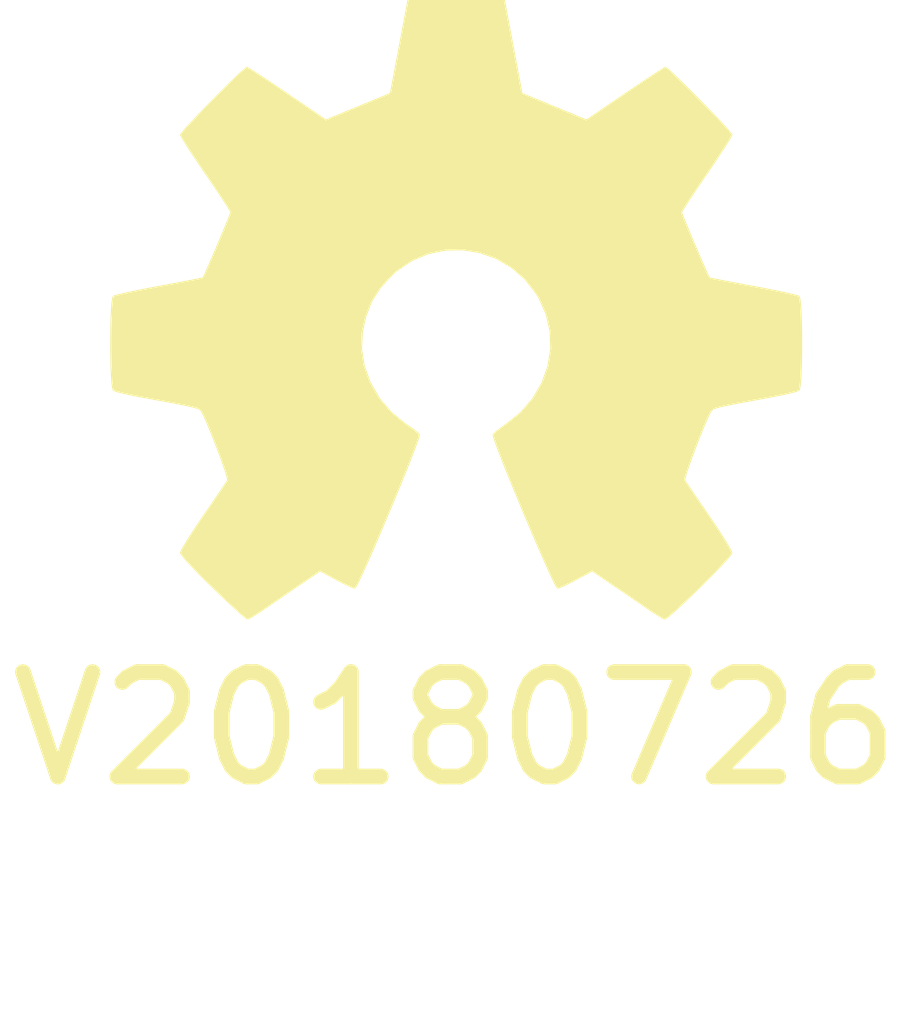
<source format=kicad_pcb>
(kicad_pcb (version 20171130) (host pcbnew 5.0.0-fee4fd1~65~ubuntu18.04.1)

  (general
    (thickness 1.6)
    (drawings 0)
    (tracks 0)
    (zones 0)
    (modules 2)
    (nets 1)
  )

  (page A4)
  (layers
    (0 F.Cu signal)
    (31 B.Cu signal)
    (32 B.Adhes user)
    (33 F.Adhes user)
    (34 B.Paste user)
    (35 F.Paste user)
    (36 B.SilkS user)
    (37 F.SilkS user)
    (38 B.Mask user)
    (39 F.Mask user)
    (40 Dwgs.User user)
    (41 Cmts.User user)
    (42 Eco1.User user)
    (43 Eco2.User user)
    (44 Edge.Cuts user)
    (45 Margin user)
    (46 B.CrtYd user)
    (47 F.CrtYd user)
    (48 B.Fab user)
    (49 F.Fab user)
  )

  (setup
    (last_trace_width 0.1524)
    (user_trace_width 0.1524)
    (user_trace_width 0.2)
    (user_trace_width 0.3)
    (user_trace_width 0.4)
    (user_trace_width 0.6)
    (user_trace_width 1)
    (user_trace_width 1.5)
    (user_trace_width 2)
    (trace_clearance 0.1524)
    (zone_clearance 0.508)
    (zone_45_only no)
    (trace_min 0.1524)
    (segment_width 0.2)
    (edge_width 0.15)
    (via_size 0.381)
    (via_drill 0.254)
    (via_min_size 0.381)
    (via_min_drill 0.254)
    (user_via 0.381 0.254)
    (user_via 0.55 0.4)
    (user_via 0.75 0.6)
    (user_via 0.95 0.8)
    (user_via 1.3 1)
    (user_via 1.5 1.2)
    (user_via 1.7 1.4)
    (user_via 1.9 1.6)
    (uvia_size 0.381)
    (uvia_drill 0.254)
    (uvias_allowed no)
    (uvia_min_size 0.381)
    (uvia_min_drill 0.254)
    (pcb_text_width 0.3)
    (pcb_text_size 1.5 1.5)
    (mod_edge_width 0.15)
    (mod_text_size 1 1)
    (mod_text_width 0.15)
    (pad_size 1.524 1.524)
    (pad_drill 0.762)
    (pad_to_mask_clearance 0.2)
    (aux_axis_origin 0 0)
    (visible_elements FFFFFF7F)
    (pcbplotparams
      (layerselection 0x00030_80000001)
      (usegerberextensions false)
      (usegerberattributes false)
      (usegerberadvancedattributes false)
      (creategerberjobfile false)
      (excludeedgelayer true)
      (linewidth 0.100000)
      (plotframeref false)
      (viasonmask false)
      (mode 1)
      (useauxorigin false)
      (hpglpennumber 1)
      (hpglpenspeed 20)
      (hpglpendiameter 15.000000)
      (psnegative false)
      (psa4output false)
      (plotreference true)
      (plotvalue true)
      (plotinvisibletext false)
      (padsonsilk false)
      (subtractmaskfromsilk false)
      (outputformat 1)
      (mirror false)
      (drillshape 1)
      (scaleselection 1)
      (outputdirectory ""))
  )

  (net 0 "")

  (net_class Default "This is the default net class."
    (clearance 0.1524)
    (trace_width 0.1524)
    (via_dia 0.381)
    (via_drill 0.254)
    (uvia_dia 0.381)
    (uvia_drill 0.254)
  )

  (module Symbols:OSHW-Symbol_6.7x6mm_SilkScreen (layer F.Cu) (tedit 0) (tstamp 5A135134)
    (at 148 101)
    (descr "Open Source Hardware Symbol")
    (tags "Logo Symbol OSHW")
    (path /5A135869)
    (attr virtual)
    (fp_text reference N1 (at 0 0) (layer F.SilkS) hide
      (effects (font (size 1 1) (thickness 0.15)))
    )
    (fp_text value OHWLOGO (at 0.75 0) (layer F.Fab) hide
      (effects (font (size 1 1) (thickness 0.15)))
    )
    (fp_poly (pts (xy 0.555814 -2.531069) (xy 0.639635 -2.086445) (xy 0.94892 -1.958947) (xy 1.258206 -1.831449)
      (xy 1.629246 -2.083754) (xy 1.733157 -2.154004) (xy 1.827087 -2.216728) (xy 1.906652 -2.269062)
      (xy 1.96747 -2.308143) (xy 2.005157 -2.331107) (xy 2.015421 -2.336058) (xy 2.03391 -2.323324)
      (xy 2.07342 -2.288118) (xy 2.129522 -2.234938) (xy 2.197787 -2.168282) (xy 2.273786 -2.092646)
      (xy 2.353092 -2.012528) (xy 2.431275 -1.932426) (xy 2.503907 -1.856836) (xy 2.566559 -1.790255)
      (xy 2.614803 -1.737182) (xy 2.64421 -1.702113) (xy 2.651241 -1.690377) (xy 2.641123 -1.66874)
      (xy 2.612759 -1.621338) (xy 2.569129 -1.552807) (xy 2.513218 -1.467785) (xy 2.448006 -1.370907)
      (xy 2.410219 -1.31565) (xy 2.341343 -1.214752) (xy 2.28014 -1.123701) (xy 2.229578 -1.04703)
      (xy 2.192628 -0.989272) (xy 2.172258 -0.954957) (xy 2.169197 -0.947746) (xy 2.176136 -0.927252)
      (xy 2.195051 -0.879487) (xy 2.223087 -0.811168) (xy 2.257391 -0.729011) (xy 2.295109 -0.63973)
      (xy 2.333387 -0.550042) (xy 2.36937 -0.466662) (xy 2.400206 -0.396306) (xy 2.423039 -0.34569)
      (xy 2.435017 -0.321529) (xy 2.435724 -0.320578) (xy 2.454531 -0.315964) (xy 2.504618 -0.305672)
      (xy 2.580793 -0.290713) (xy 2.677865 -0.272099) (xy 2.790643 -0.250841) (xy 2.856442 -0.238582)
      (xy 2.97695 -0.215638) (xy 3.085797 -0.193805) (xy 3.177476 -0.174278) (xy 3.246481 -0.158252)
      (xy 3.287304 -0.146921) (xy 3.295511 -0.143326) (xy 3.303548 -0.118994) (xy 3.310033 -0.064041)
      (xy 3.31497 0.015108) (xy 3.318364 0.112026) (xy 3.320218 0.220287) (xy 3.320538 0.333465)
      (xy 3.319327 0.445135) (xy 3.31659 0.548868) (xy 3.312331 0.638241) (xy 3.306555 0.706826)
      (xy 3.299267 0.748197) (xy 3.294895 0.75681) (xy 3.268764 0.767133) (xy 3.213393 0.781892)
      (xy 3.136107 0.799352) (xy 3.04423 0.81778) (xy 3.012158 0.823741) (xy 2.857524 0.852066)
      (xy 2.735375 0.874876) (xy 2.641673 0.89308) (xy 2.572384 0.907583) (xy 2.523471 0.919292)
      (xy 2.490897 0.929115) (xy 2.470628 0.937956) (xy 2.458626 0.946724) (xy 2.456947 0.948457)
      (xy 2.440184 0.976371) (xy 2.414614 1.030695) (xy 2.382788 1.104777) (xy 2.34726 1.191965)
      (xy 2.310583 1.285608) (xy 2.275311 1.379052) (xy 2.243996 1.465647) (xy 2.219193 1.53874)
      (xy 2.203454 1.591678) (xy 2.199332 1.617811) (xy 2.199676 1.618726) (xy 2.213641 1.640086)
      (xy 2.245322 1.687084) (xy 2.291391 1.754827) (xy 2.348518 1.838423) (xy 2.413373 1.932982)
      (xy 2.431843 1.959854) (xy 2.497699 2.057275) (xy 2.55565 2.146163) (xy 2.602538 2.221412)
      (xy 2.635207 2.27792) (xy 2.6505 2.310581) (xy 2.651241 2.314593) (xy 2.638392 2.335684)
      (xy 2.602888 2.377464) (xy 2.549293 2.435445) (xy 2.482171 2.505135) (xy 2.406087 2.582045)
      (xy 2.325604 2.661683) (xy 2.245287 2.739561) (xy 2.169699 2.811186) (xy 2.103405 2.87207)
      (xy 2.050969 2.917721) (xy 2.016955 2.94365) (xy 2.007545 2.947883) (xy 1.985643 2.937912)
      (xy 1.9408 2.91102) (xy 1.880321 2.871736) (xy 1.833789 2.840117) (xy 1.749475 2.782098)
      (xy 1.649626 2.713784) (xy 1.549473 2.645579) (xy 1.495627 2.609075) (xy 1.313371 2.4858)
      (xy 1.160381 2.56852) (xy 1.090682 2.604759) (xy 1.031414 2.632926) (xy 0.991311 2.648991)
      (xy 0.981103 2.651226) (xy 0.968829 2.634722) (xy 0.944613 2.588082) (xy 0.910263 2.515609)
      (xy 0.867588 2.421606) (xy 0.818394 2.310374) (xy 0.76449 2.186215) (xy 0.707684 2.053432)
      (xy 0.649782 1.916327) (xy 0.592593 1.779202) (xy 0.537924 1.646358) (xy 0.487584 1.522098)
      (xy 0.44338 1.410725) (xy 0.407119 1.316539) (xy 0.380609 1.243844) (xy 0.365658 1.196941)
      (xy 0.363254 1.180833) (xy 0.382311 1.160286) (xy 0.424036 1.126933) (xy 0.479706 1.087702)
      (xy 0.484378 1.084599) (xy 0.628264 0.969423) (xy 0.744283 0.835053) (xy 0.83143 0.685784)
      (xy 0.888699 0.525913) (xy 0.915086 0.359737) (xy 0.909585 0.191552) (xy 0.87119 0.025655)
      (xy 0.798895 -0.133658) (xy 0.777626 -0.168513) (xy 0.666996 -0.309263) (xy 0.536302 -0.422286)
      (xy 0.390064 -0.506997) (xy 0.232808 -0.562806) (xy 0.069057 -0.589126) (xy -0.096667 -0.58537)
      (xy -0.259838 -0.55095) (xy -0.415935 -0.485277) (xy -0.560433 -0.387765) (xy -0.605131 -0.348187)
      (xy -0.718888 -0.224297) (xy -0.801782 -0.093876) (xy -0.858644 0.052315) (xy -0.890313 0.197088)
      (xy -0.898131 0.35986) (xy -0.872062 0.52344) (xy -0.814755 0.682298) (xy -0.728856 0.830906)
      (xy -0.617014 0.963735) (xy -0.481877 1.075256) (xy -0.464117 1.087011) (xy -0.40785 1.125508)
      (xy -0.365077 1.158863) (xy -0.344628 1.18016) (xy -0.344331 1.180833) (xy -0.348721 1.203871)
      (xy -0.366124 1.256157) (xy -0.394732 1.33339) (xy -0.432735 1.431268) (xy -0.478326 1.545491)
      (xy -0.529697 1.671758) (xy -0.585038 1.805767) (xy -0.642542 1.943218) (xy -0.700399 2.079808)
      (xy -0.756802 2.211237) (xy -0.809942 2.333205) (xy -0.85801 2.441409) (xy -0.899199 2.531549)
      (xy -0.931699 2.599323) (xy -0.953703 2.64043) (xy -0.962564 2.651226) (xy -0.98964 2.642819)
      (xy -1.040303 2.620272) (xy -1.105817 2.587613) (xy -1.141841 2.56852) (xy -1.294832 2.4858)
      (xy -1.477088 2.609075) (xy -1.570125 2.672228) (xy -1.671985 2.741727) (xy -1.767438 2.807165)
      (xy -1.81525 2.840117) (xy -1.882495 2.885273) (xy -1.939436 2.921057) (xy -1.978646 2.942938)
      (xy -1.991381 2.947563) (xy -2.009917 2.935085) (xy -2.050941 2.900252) (xy -2.110475 2.846678)
      (xy -2.184542 2.777983) (xy -2.269165 2.697781) (xy -2.322685 2.646286) (xy -2.416319 2.554286)
      (xy -2.497241 2.471999) (xy -2.562177 2.402945) (xy -2.607858 2.350644) (xy -2.631011 2.318616)
      (xy -2.633232 2.312116) (xy -2.622924 2.287394) (xy -2.594439 2.237405) (xy -2.550937 2.167212)
      (xy -2.495577 2.081875) (xy -2.43152 1.986456) (xy -2.413303 1.959854) (xy -2.346927 1.863167)
      (xy -2.287378 1.776117) (xy -2.237984 1.703595) (xy -2.202075 1.650493) (xy -2.182981 1.621703)
      (xy -2.181136 1.618726) (xy -2.183895 1.595782) (xy -2.198538 1.545336) (xy -2.222513 1.474041)
      (xy -2.253266 1.388547) (xy -2.288244 1.295507) (xy -2.324893 1.201574) (xy -2.360661 1.113399)
      (xy -2.392994 1.037634) (xy -2.419338 0.980931) (xy -2.437142 0.949943) (xy -2.438407 0.948457)
      (xy -2.449294 0.939601) (xy -2.467682 0.930843) (xy -2.497606 0.921277) (xy -2.543103 0.909996)
      (xy -2.608209 0.896093) (xy -2.696961 0.878663) (xy -2.813393 0.856798) (xy -2.961542 0.829591)
      (xy -2.993618 0.823741) (xy -3.088686 0.805374) (xy -3.171565 0.787405) (xy -3.23493 0.771569)
      (xy -3.271458 0.7596) (xy -3.276356 0.75681) (xy -3.284427 0.732072) (xy -3.290987 0.67679)
      (xy -3.296033 0.597389) (xy -3.299559 0.500296) (xy -3.301561 0.391938) (xy -3.302036 0.27874)
      (xy -3.300977 0.167128) (xy -3.298382 0.063529) (xy -3.294246 -0.025632) (xy -3.288563 -0.093928)
      (xy -3.281331 -0.134934) (xy -3.276971 -0.143326) (xy -3.252698 -0.151792) (xy -3.197426 -0.165565)
      (xy -3.116662 -0.18345) (xy -3.015912 -0.204252) (xy -2.900683 -0.226777) (xy -2.837902 -0.238582)
      (xy -2.718787 -0.260849) (xy -2.612565 -0.281021) (xy -2.524427 -0.298085) (xy -2.459566 -0.311031)
      (xy -2.423174 -0.318845) (xy -2.417184 -0.320578) (xy -2.407061 -0.34011) (xy -2.385662 -0.387157)
      (xy -2.355839 -0.454997) (xy -2.320445 -0.536909) (xy -2.282332 -0.626172) (xy -2.244353 -0.716065)
      (xy -2.20936 -0.799865) (xy -2.180206 -0.870853) (xy -2.159743 -0.922306) (xy -2.150823 -0.947503)
      (xy -2.150657 -0.948604) (xy -2.160769 -0.968481) (xy -2.189117 -1.014223) (xy -2.232723 -1.081283)
      (xy -2.288606 -1.165116) (xy -2.353787 -1.261174) (xy -2.391679 -1.31635) (xy -2.460725 -1.417519)
      (xy -2.52205 -1.50937) (xy -2.572663 -1.587256) (xy -2.609571 -1.646531) (xy -2.629782 -1.682549)
      (xy -2.632701 -1.690623) (xy -2.620153 -1.709416) (xy -2.585463 -1.749543) (xy -2.533063 -1.806507)
      (xy -2.467384 -1.875815) (xy -2.392856 -1.952969) (xy -2.313913 -2.033475) (xy -2.234983 -2.112837)
      (xy -2.1605 -2.18656) (xy -2.094894 -2.250148) (xy -2.042596 -2.299106) (xy -2.008039 -2.328939)
      (xy -1.996478 -2.336058) (xy -1.977654 -2.326047) (xy -1.932631 -2.297922) (xy -1.865787 -2.254546)
      (xy -1.781499 -2.198782) (xy -1.684144 -2.133494) (xy -1.610707 -2.083754) (xy -1.239667 -1.831449)
      (xy -0.621095 -2.086445) (xy -0.537275 -2.531069) (xy -0.453454 -2.975693) (xy 0.471994 -2.975693)
      (xy 0.555814 -2.531069)) (layer F.SilkS) (width 0.01))
  )

  (module SquantorLabels:Label_version (layer F.Cu) (tedit 59D3ED5E) (tstamp 5A135138)
    (at 148 105)
    (path /5A1357A5)
    (fp_text reference N2 (at 0 2) (layer F.Fab) hide
      (effects (font (size 1 1) (thickness 0.15)))
    )
    (fp_text value V20180726 (at 0 0) (layer F.SilkS)
      (effects (font (size 1 1) (thickness 0.15)))
    )
  )

)

</source>
